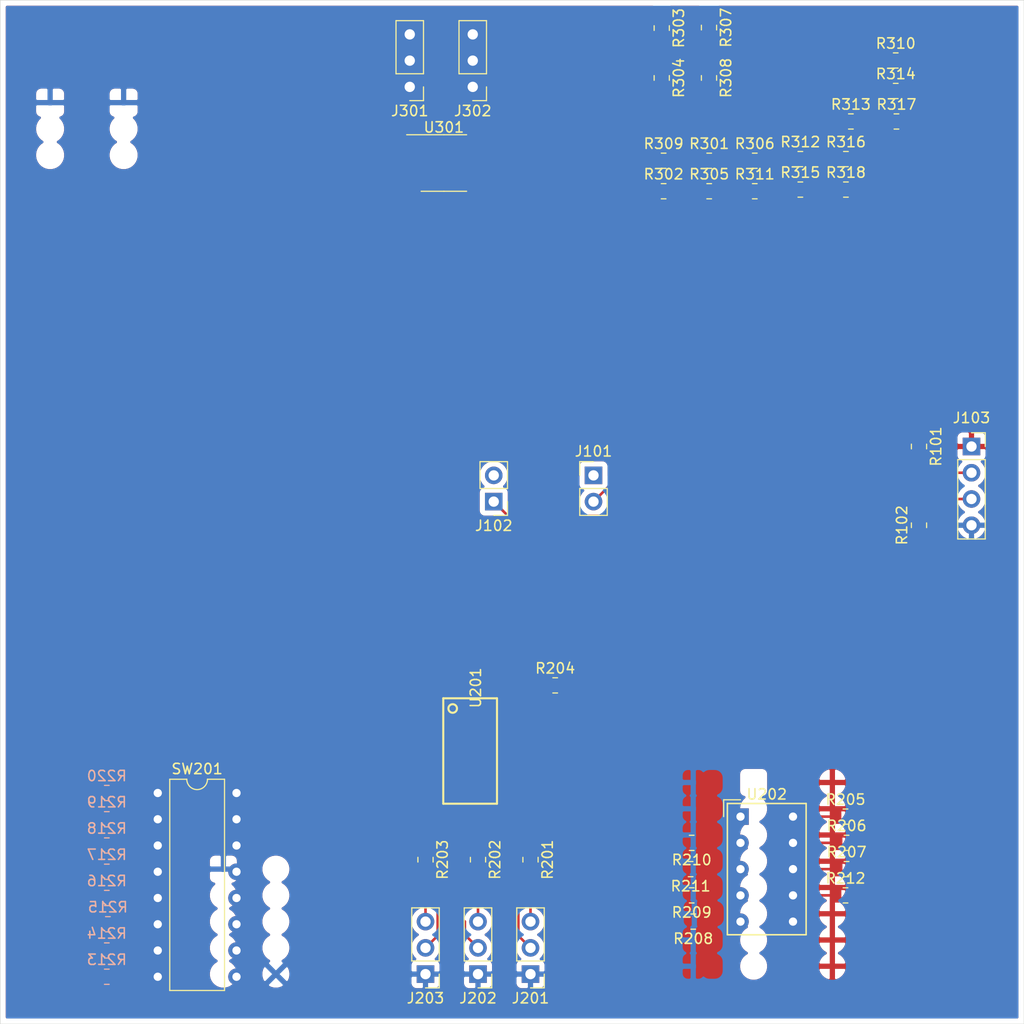
<source format=kicad_pcb>
(kicad_pcb (version 20171130) (host pcbnew "(5.1.9)-1")
  (layers (0 F.Cu signal) (31 B.Cu signal) (34 B.Paste user) (35 F.Paste user) (36 B.SilkS user) (37 F.SilkS user) (38 B.Mask user) (39 F.Mask user) (44 Edge.Cuts user))
  (net 0 "")
  (net 1 /IOX/IOX_SDA)
  (net 2 /ADC/ADC_SDA)
  (net 3 /IOX/IOX_SCK)
  (net 4 /ADC/ADC_SCL)
  (net 5 +3V3)
  (net 6 GND)
  (net 7 /IOX/IOX_A0)
  (net 8 "Net-(J201-Pad3)")
  (net 9 "Net-(J202-Pad3)")
  (net 10 /IOX/IOX_A1)
  (net 11 /IOX/IOX_A2)
  (net 12 "Net-(J203-Pad3)")
  (net 13 "Net-(J301-Pad3)")
  (net 14 /ADC/ADC_A0)
  (net 15 /ADC/ADC_A1)
  (net 16 "Net-(J302-Pad3)")
  (net 17 "Net-(R204-Pad2)")
  (net 18 "Net-(R205-Pad2)")
  (net 19 "Net-(R205-Pad1)")
  (net 20 "Net-(R206-Pad1)")
  (net 21 "Net-(R206-Pad2)")
  (net 22 "Net-(R207-Pad1)")
  (net 23 "Net-(R207-Pad2)")
  (net 24 "Net-(R208-Pad2)")
  (net 25 "Net-(R208-Pad1)")
  (net 26 "Net-(R209-Pad1)")
  (net 27 "Net-(R209-Pad2)")
  (net 28 "Net-(R210-Pad2)")
  (net 29 "Net-(R210-Pad1)")
  (net 30 "Net-(R211-Pad1)")
  (net 31 "Net-(R211-Pad2)")
  (net 32 "Net-(R212-Pad2)")
  (net 33 "Net-(R212-Pad1)")
  (net 34 "Net-(R213-Pad1)")
  (net 35 "Net-(R214-Pad1)")
  (net 36 "Net-(R215-Pad1)")
  (net 37 "Net-(R216-Pad1)")
  (net 38 "Net-(R217-Pad1)")
  (net 39 "Net-(R218-Pad1)")
  (net 40 "Net-(R219-Pad1)")
  (net 41 "Net-(R220-Pad1)")
  (net 42 /ADC/VDIV_0)
  (net 43 /ADC/VDIV_4)
  (net 44 /ADC/VDIV_1)
  (net 45 /ADC/VDIV_5)
  (net 46 /ADC/VDIV_2)
  (net 47 /ADC/VDIV_6)
  (net 48 /ADC/VDIV3)
  (net 49 /ADC/VDIV_7)
  (module Connector_PinHeader_2.54mm:PinHeader_1x02_P2.54mm_Vertical (layer F.Cu) (at 78.994 70.104)
    (fp_text reference J101 (at 0 -2.33) (layer F.SilkS))
    (fp_text value Conn_01x02)
    (fp_line (start -1.33 -1.33) (end 0 -1.33) (layer F.SilkS) (width 0.12))
    (fp_line (start -1.33 0) (end -1.33 -1.33) (layer F.SilkS) (width 0.12))
    (fp_line (start -1.33 1.27) (end 1.33 1.27) (layer F.SilkS) (width 0.12))
    (fp_line (start 1.33 1.27) (end 1.33 3.87) (layer F.SilkS) (width 0.12))
    (fp_line (start -1.33 1.27) (end -1.33 3.87) (layer F.SilkS) (width 0.12))
    (fp_line (start -1.33 3.87) (end 1.33 3.87) (layer F.SilkS) (width 0.12))
    (pad 2 thru_hole oval (at 0 2.54) (size 1.7 1.7) (drill 1) (layers *.Cu *.Mask) (net 1 /IOX/IOX_SDA))
    (pad 1 thru_hole rect (at 0 0) (size 1.7 1.7) (drill 1) (layers *.Cu *.Mask) (net 2 /ADC/ADC_SDA))
  )
  (module Connector_PinHeader_2.54mm:PinHeader_1x02_P2.54mm_Vertical (layer F.Cu) (at 69.342 72.644 180)
    (fp_text reference J102 (at 0 -2.33) (layer F.SilkS))
    (fp_text value Conn_01x02)
    (fp_line (start -1.33 3.87) (end 1.33 3.87) (layer F.SilkS) (width 0.12))
    (fp_line (start -1.33 1.27) (end -1.33 3.87) (layer F.SilkS) (width 0.12))
    (fp_line (start 1.33 1.27) (end 1.33 3.87) (layer F.SilkS) (width 0.12))
    (fp_line (start -1.33 1.27) (end 1.33 1.27) (layer F.SilkS) (width 0.12))
    (fp_line (start -1.33 0) (end -1.33 -1.33) (layer F.SilkS) (width 0.12))
    (fp_line (start -1.33 -1.33) (end 0 -1.33) (layer F.SilkS) (width 0.12))
    (pad 1 thru_hole rect (at 0 0 180) (size 1.7 1.7) (drill 1) (layers *.Cu *.Mask) (net 3 /IOX/IOX_SCK))
    (pad 2 thru_hole oval (at 0 2.54 180) (size 1.7 1.7) (drill 1) (layers *.Cu *.Mask) (net 4 /ADC/ADC_SCL))
  )
  (module Connector_PinSocket_2.54mm:PinSocket_1x04_P2.54mm_Vertical (layer F.Cu) (at 115.57 67.31)
    (fp_text reference J103 (at 0 -2.77) (layer F.SilkS))
    (fp_text value Conn_01x04)
    (fp_line (start -1.33 1.27) (end 1.33 1.27) (layer F.SilkS) (width 0.12))
    (fp_line (start -1.33 1.27) (end -1.33 8.95) (layer F.SilkS) (width 0.12))
    (fp_line (start -1.33 8.95) (end 1.33 8.95) (layer F.SilkS) (width 0.12))
    (fp_line (start 1.33 1.27) (end 1.33 8.95) (layer F.SilkS) (width 0.12))
    (fp_line (start 1.33 -1.33) (end 1.33 0) (layer F.SilkS) (width 0.12))
    (fp_line (start 0 -1.33) (end 1.33 -1.33) (layer F.SilkS) (width 0.12))
    (pad 1 thru_hole rect (at 0 0) (size 1.7 1.7) (drill 1) (layers *.Cu *.Mask) (net 5 +3V3))
    (pad 2 thru_hole oval (at 0 2.54) (size 1.7 1.7) (drill 1) (layers *.Cu *.Mask) (net 1 /IOX/IOX_SDA))
    (pad 3 thru_hole oval (at 0 5.08) (size 1.7 1.7) (drill 1) (layers *.Cu *.Mask) (net 3 /IOX/IOX_SCK))
    (pad 4 thru_hole oval (at 0 7.62) (size 1.7 1.7) (drill 1) (layers *.Cu *.Mask) (net 6 GND))
  )
  (module Connector_PinHeader_2.54mm:PinHeader_1x03_P2.54mm_Vertical (layer F.Cu) (at 72.898 118.364 180)
    (fp_text reference J201 (at 0 -2.33) (layer F.SilkS))
    (fp_text value Conn_01x03)
    (fp_line (start -1.33 6.41) (end 1.33 6.41) (layer F.SilkS) (width 0.12))
    (fp_line (start -1.33 1.27) (end -1.33 6.41) (layer F.SilkS) (width 0.12))
    (fp_line (start 1.33 1.27) (end 1.33 6.41) (layer F.SilkS) (width 0.12))
    (fp_line (start -1.33 1.27) (end 1.33 1.27) (layer F.SilkS) (width 0.12))
    (fp_line (start -1.33 0) (end -1.33 -1.33) (layer F.SilkS) (width 0.12))
    (fp_line (start -1.33 -1.33) (end 0 -1.33) (layer F.SilkS) (width 0.12))
    (pad 1 thru_hole rect (at 0 0 180) (size 1.7 1.7) (drill 1) (layers *.Cu *.Mask) (net 6 GND))
    (pad 2 thru_hole oval (at 0 2.54 180) (size 1.7 1.7) (drill 1) (layers *.Cu *.Mask) (net 7 /IOX/IOX_A0))
    (pad 3 thru_hole oval (at 0 5.08 180) (size 1.7 1.7) (drill 1) (layers *.Cu *.Mask) (net 8 "Net-(J201-Pad3)"))
  )
  (module Connector_PinHeader_2.54mm:PinHeader_1x03_P2.54mm_Vertical (layer F.Cu) (at 67.818 118.364 180)
    (fp_text reference J202 (at 0 -2.33) (layer F.SilkS))
    (fp_text value Conn_01x03)
    (fp_line (start -1.33 -1.33) (end 0 -1.33) (layer F.SilkS) (width 0.12))
    (fp_line (start -1.33 0) (end -1.33 -1.33) (layer F.SilkS) (width 0.12))
    (fp_line (start -1.33 1.27) (end 1.33 1.27) (layer F.SilkS) (width 0.12))
    (fp_line (start 1.33 1.27) (end 1.33 6.41) (layer F.SilkS) (width 0.12))
    (fp_line (start -1.33 1.27) (end -1.33 6.41) (layer F.SilkS) (width 0.12))
    (fp_line (start -1.33 6.41) (end 1.33 6.41) (layer F.SilkS) (width 0.12))
    (pad 3 thru_hole oval (at 0 5.08 180) (size 1.7 1.7) (drill 1) (layers *.Cu *.Mask) (net 9 "Net-(J202-Pad3)"))
    (pad 2 thru_hole oval (at 0 2.54 180) (size 1.7 1.7) (drill 1) (layers *.Cu *.Mask) (net 10 /IOX/IOX_A1))
    (pad 1 thru_hole rect (at 0 0 180) (size 1.7 1.7) (drill 1) (layers *.Cu *.Mask) (net 6 GND))
  )
  (module Connector_PinHeader_2.54mm:PinHeader_1x03_P2.54mm_Vertical (layer F.Cu) (at 62.738 118.364 180)
    (fp_text reference J203 (at 0 -2.33) (layer F.SilkS))
    (fp_text value Conn_01x03)
    (fp_line (start -1.33 6.41) (end 1.33 6.41) (layer F.SilkS) (width 0.12))
    (fp_line (start -1.33 1.27) (end -1.33 6.41) (layer F.SilkS) (width 0.12))
    (fp_line (start 1.33 1.27) (end 1.33 6.41) (layer F.SilkS) (width 0.12))
    (fp_line (start -1.33 1.27) (end 1.33 1.27) (layer F.SilkS) (width 0.12))
    (fp_line (start -1.33 0) (end -1.33 -1.33) (layer F.SilkS) (width 0.12))
    (fp_line (start -1.33 -1.33) (end 0 -1.33) (layer F.SilkS) (width 0.12))
    (pad 1 thru_hole rect (at 0 0 180) (size 1.7 1.7) (drill 1) (layers *.Cu *.Mask) (net 6 GND))
    (pad 2 thru_hole oval (at 0 2.54 180) (size 1.7 1.7) (drill 1) (layers *.Cu *.Mask) (net 11 /IOX/IOX_A2))
    (pad 3 thru_hole oval (at 0 5.08 180) (size 1.7 1.7) (drill 1) (layers *.Cu *.Mask) (net 12 "Net-(J203-Pad3)"))
  )
  (module Connector_PinHeader_2.54mm:PinHeader_1x03_P2.54mm_Vertical (layer F.Cu) (at 61.214 32.512 180)
    (fp_text reference J301 (at 0 -2.33) (layer F.SilkS))
    (fp_text value Conn_01x03)
    (fp_line (start -1.33 -1.33) (end 0 -1.33) (layer F.SilkS) (width 0.12))
    (fp_line (start -1.33 0) (end -1.33 -1.33) (layer F.SilkS) (width 0.12))
    (fp_line (start -1.33 1.27) (end 1.33 1.27) (layer F.SilkS) (width 0.12))
    (fp_line (start 1.33 1.27) (end 1.33 6.41) (layer F.SilkS) (width 0.12))
    (fp_line (start -1.33 1.27) (end -1.33 6.41) (layer F.SilkS) (width 0.12))
    (fp_line (start -1.33 6.41) (end 1.33 6.41) (layer F.SilkS) (width 0.12))
    (pad 3 thru_hole oval (at 0 5.08 180) (size 1.7 1.7) (drill 1) (layers *.Cu *.Mask) (net 13 "Net-(J301-Pad3)"))
    (pad 2 thru_hole oval (at 0 2.54 180) (size 1.7 1.7) (drill 1) (layers *.Cu *.Mask) (net 14 /ADC/ADC_A0))
    (pad 1 thru_hole rect (at 0 0 180) (size 1.7 1.7) (drill 1) (layers *.Cu *.Mask) (net 6 GND))
  )
  (module Connector_PinHeader_2.54mm:PinHeader_1x03_P2.54mm_Vertical (layer F.Cu) (at 67.31 32.512 180)
    (fp_text reference J302 (at 0 -2.33) (layer F.SilkS))
    (fp_text value Conn_01x03)
    (fp_line (start -1.33 6.41) (end 1.33 6.41) (layer F.SilkS) (width 0.12))
    (fp_line (start -1.33 1.27) (end -1.33 6.41) (layer F.SilkS) (width 0.12))
    (fp_line (start 1.33 1.27) (end 1.33 6.41) (layer F.SilkS) (width 0.12))
    (fp_line (start -1.33 1.27) (end 1.33 1.27) (layer F.SilkS) (width 0.12))
    (fp_line (start -1.33 0) (end -1.33 -1.33) (layer F.SilkS) (width 0.12))
    (fp_line (start -1.33 -1.33) (end 0 -1.33) (layer F.SilkS) (width 0.12))
    (pad 1 thru_hole rect (at 0 0 180) (size 1.7 1.7) (drill 1) (layers *.Cu *.Mask) (net 6 GND))
    (pad 2 thru_hole oval (at 0 2.54 180) (size 1.7 1.7) (drill 1) (layers *.Cu *.Mask) (net 15 /ADC/ADC_A1))
    (pad 3 thru_hole oval (at 0 5.08 180) (size 1.7 1.7) (drill 1) (layers *.Cu *.Mask) (net 16 "Net-(J302-Pad3)"))
  )
  (module Resistor_SMD:R_0805_2012Metric (layer F.Cu) (at 110.49 67.31 270)
    (fp_text reference R101 (at 0 -1.65 90) (layer F.SilkS))
    (fp_text value 4.7K)
    (fp_line (start -0.227064 0.735) (end 0.227064 0.735) (layer F.SilkS) (width 0.12))
    (fp_line (start -0.227064 -0.735) (end 0.227064 -0.735) (layer F.SilkS) (width 0.12))
    (pad 2 smd roundrect (at 0.9125 0 270) (size 1.025 1.4) (layers F.Cu F.Paste F.Mask) (roundrect_rratio 0.243902) (net 1 /IOX/IOX_SDA))
    (pad 1 smd roundrect (at -0.9125 0 270) (size 1.025 1.4) (layers F.Cu F.Paste F.Mask) (roundrect_rratio 0.243902) (net 5 +3V3))
  )
  (module Resistor_SMD:R_0805_2012Metric (layer F.Cu) (at 110.49 74.93 90)
    (fp_text reference R102 (at 0 -1.65 90) (layer F.SilkS))
    (fp_text value 4.7K)
    (fp_line (start -0.227064 0.735) (end 0.227064 0.735) (layer F.SilkS) (width 0.12))
    (fp_line (start -0.227064 -0.735) (end 0.227064 -0.735) (layer F.SilkS) (width 0.12))
    (pad 2 smd roundrect (at 0.9125 0 90) (size 1.025 1.4) (layers F.Cu F.Paste F.Mask) (roundrect_rratio 0.243902) (net 3 /IOX/IOX_SCK))
    (pad 1 smd roundrect (at -0.9125 0 90) (size 1.025 1.4) (layers F.Cu F.Paste F.Mask) (roundrect_rratio 0.243902) (net 5 +3V3))
  )
  (module Resistor_SMD:R_0805_2012Metric (layer F.Cu) (at 72.898 107.2915 270)
    (fp_text reference R201 (at 0 -1.65 90) (layer F.SilkS))
    (fp_text value 4.7K)
    (fp_line (start -0.227064 -0.735) (end 0.227064 -0.735) (layer F.SilkS) (width 0.12))
    (fp_line (start -0.227064 0.735) (end 0.227064 0.735) (layer F.SilkS) (width 0.12))
    (pad 1 smd roundrect (at -0.9125 0 270) (size 1.025 1.4) (layers F.Cu F.Paste F.Mask) (roundrect_rratio 0.243902) (net 5 +3V3))
    (pad 2 smd roundrect (at 0.9125 0 270) (size 1.025 1.4) (layers F.Cu F.Paste F.Mask) (roundrect_rratio 0.243902) (net 8 "Net-(J201-Pad3)"))
  )
  (module Resistor_SMD:R_0805_2012Metric (layer F.Cu) (at 67.818 107.2915 270)
    (fp_text reference R202 (at 0 -1.65 90) (layer F.SilkS))
    (fp_text value 4.7K)
    (fp_line (start -0.227064 -0.735) (end 0.227064 -0.735) (layer F.SilkS) (width 0.12))
    (fp_line (start -0.227064 0.735) (end 0.227064 0.735) (layer F.SilkS) (width 0.12))
    (pad 1 smd roundrect (at -0.9125 0 270) (size 1.025 1.4) (layers F.Cu F.Paste F.Mask) (roundrect_rratio 0.243902) (net 5 +3V3))
    (pad 2 smd roundrect (at 0.9125 0 270) (size 1.025 1.4) (layers F.Cu F.Paste F.Mask) (roundrect_rratio 0.243902) (net 9 "Net-(J202-Pad3)"))
  )
  (module Resistor_SMD:R_0805_2012Metric (layer F.Cu) (at 62.738 107.2915 270)
    (fp_text reference R203 (at 0 -1.65 90) (layer F.SilkS))
    (fp_text value 4.7K)
    (fp_line (start -0.227064 -0.735) (end 0.227064 -0.735) (layer F.SilkS) (width 0.12))
    (fp_line (start -0.227064 0.735) (end 0.227064 0.735) (layer F.SilkS) (width 0.12))
    (pad 1 smd roundrect (at -0.9125 0 270) (size 1.025 1.4) (layers F.Cu F.Paste F.Mask) (roundrect_rratio 0.243902) (net 5 +3V3))
    (pad 2 smd roundrect (at 0.9125 0 270) (size 1.025 1.4) (layers F.Cu F.Paste F.Mask) (roundrect_rratio 0.243902) (net 12 "Net-(J203-Pad3)"))
  )
  (module Resistor_SMD:R_0805_2012Metric (layer F.Cu) (at 75.2875 90.424)
    (fp_text reference R204 (at 0 -1.65) (layer F.SilkS))
    (fp_text value 4.7K)
    (fp_line (start -0.227064 0.735) (end 0.227064 0.735) (layer F.SilkS) (width 0.12))
    (fp_line (start -0.227064 -0.735) (end 0.227064 -0.735) (layer F.SilkS) (width 0.12))
    (pad 2 smd roundrect (at 0.9125 0) (size 1.025 1.4) (layers F.Cu F.Paste F.Mask) (roundrect_rratio 0.243902) (net 17 "Net-(R204-Pad2)"))
    (pad 1 smd roundrect (at -0.9125 0) (size 1.025 1.4) (layers F.Cu F.Paste F.Mask) (roundrect_rratio 0.243902) (net 5 +3V3))
  )
  (module Resistor_SMD:R_0805_2012Metric (layer F.Cu) (at 103.378 103.124)
    (fp_text reference R205 (at 0 -1.65) (layer F.SilkS))
    (fp_text value 220)
    (fp_line (start -0.227064 0.735) (end 0.227064 0.735) (layer F.SilkS) (width 0.12))
    (fp_line (start -0.227064 -0.735) (end 0.227064 -0.735) (layer F.SilkS) (width 0.12))
    (pad 2 smd roundrect (at 0.9125 0) (size 1.025 1.4) (layers F.Cu F.Paste F.Mask) (roundrect_rratio 0.243902) (net 18 "Net-(R205-Pad2)"))
    (pad 1 smd roundrect (at -0.9125 0) (size 1.025 1.4) (layers F.Cu F.Paste F.Mask) (roundrect_rratio 0.243902) (net 19 "Net-(R205-Pad1)"))
  )
  (module Resistor_SMD:R_0805_2012Metric (layer F.Cu) (at 103.4815 105.664)
    (fp_text reference R206 (at 0 -1.65) (layer F.SilkS))
    (fp_text value 220)
    (fp_line (start -0.227064 -0.735) (end 0.227064 -0.735) (layer F.SilkS) (width 0.12))
    (fp_line (start -0.227064 0.735) (end 0.227064 0.735) (layer F.SilkS) (width 0.12))
    (pad 1 smd roundrect (at -0.9125 0) (size 1.025 1.4) (layers F.Cu F.Paste F.Mask) (roundrect_rratio 0.243902) (net 20 "Net-(R206-Pad1)"))
    (pad 2 smd roundrect (at 0.9125 0) (size 1.025 1.4) (layers F.Cu F.Paste F.Mask) (roundrect_rratio 0.243902) (net 21 "Net-(R206-Pad2)"))
  )
  (module Resistor_SMD:R_0805_2012Metric (layer F.Cu) (at 103.4815 108.204)
    (fp_text reference R207 (at 0 -1.65) (layer F.SilkS))
    (fp_text value 220)
    (fp_line (start -0.227064 -0.735) (end 0.227064 -0.735) (layer F.SilkS) (width 0.12))
    (fp_line (start -0.227064 0.735) (end 0.227064 0.735) (layer F.SilkS) (width 0.12))
    (pad 1 smd roundrect (at -0.9125 0) (size 1.025 1.4) (layers F.Cu F.Paste F.Mask) (roundrect_rratio 0.243902) (net 22 "Net-(R207-Pad1)"))
    (pad 2 smd roundrect (at 0.9125 0) (size 1.025 1.4) (layers F.Cu F.Paste F.Mask) (roundrect_rratio 0.243902) (net 23 "Net-(R207-Pad2)"))
  )
  (module Resistor_SMD:R_0805_2012Metric (layer F.Cu) (at 88.646 113.284 180)
    (fp_text reference R208 (at 0 -1.65) (layer F.SilkS))
    (fp_text value 220)
    (fp_line (start -0.227064 0.735) (end 0.227064 0.735) (layer F.SilkS) (width 0.12))
    (fp_line (start -0.227064 -0.735) (end 0.227064 -0.735) (layer F.SilkS) (width 0.12))
    (pad 2 smd roundrect (at 0.9125 0 180) (size 1.025 1.4) (layers F.Cu F.Paste F.Mask) (roundrect_rratio 0.243902) (net 24 "Net-(R208-Pad2)"))
    (pad 1 smd roundrect (at -0.9125 0 180) (size 1.025 1.4) (layers F.Cu F.Paste F.Mask) (roundrect_rratio 0.243902) (net 25 "Net-(R208-Pad1)"))
  )
  (module Resistor_SMD:R_0805_2012Metric (layer F.Cu) (at 88.4955 110.744 180)
    (fp_text reference R209 (at 0 -1.65) (layer F.SilkS))
    (fp_text value 220)
    (fp_line (start -0.227064 -0.735) (end 0.227064 -0.735) (layer F.SilkS) (width 0.12))
    (fp_line (start -0.227064 0.735) (end 0.227064 0.735) (layer F.SilkS) (width 0.12))
    (pad 1 smd roundrect (at -0.9125 0 180) (size 1.025 1.4) (layers F.Cu F.Paste F.Mask) (roundrect_rratio 0.243902) (net 26 "Net-(R209-Pad1)"))
    (pad 2 smd roundrect (at 0.9125 0 180) (size 1.025 1.4) (layers F.Cu F.Paste F.Mask) (roundrect_rratio 0.243902) (net 27 "Net-(R209-Pad2)"))
  )
  (module Resistor_SMD:R_0805_2012Metric (layer F.Cu) (at 88.4955 105.664 180)
    (fp_text reference R210 (at 0 -1.65) (layer F.SilkS))
    (fp_text value 220)
    (fp_line (start -0.227064 0.735) (end 0.227064 0.735) (layer F.SilkS) (width 0.12))
    (fp_line (start -0.227064 -0.735) (end 0.227064 -0.735) (layer F.SilkS) (width 0.12))
    (pad 2 smd roundrect (at 0.9125 0 180) (size 1.025 1.4) (layers F.Cu F.Paste F.Mask) (roundrect_rratio 0.243902) (net 28 "Net-(R210-Pad2)"))
    (pad 1 smd roundrect (at -0.9125 0 180) (size 1.025 1.4) (layers F.Cu F.Paste F.Mask) (roundrect_rratio 0.243902) (net 29 "Net-(R210-Pad1)"))
  )
  (module Resistor_SMD:R_0805_2012Metric (layer F.Cu) (at 88.392 108.204 180)
    (fp_text reference R211 (at 0 -1.65) (layer F.SilkS))
    (fp_text value 220)
    (fp_line (start -0.227064 -0.735) (end 0.227064 -0.735) (layer F.SilkS) (width 0.12))
    (fp_line (start -0.227064 0.735) (end 0.227064 0.735) (layer F.SilkS) (width 0.12))
    (pad 1 smd roundrect (at -0.9125 0 180) (size 1.025 1.4) (layers F.Cu F.Paste F.Mask) (roundrect_rratio 0.243902) (net 30 "Net-(R211-Pad1)"))
    (pad 2 smd roundrect (at 0.9125 0 180) (size 1.025 1.4) (layers F.Cu F.Paste F.Mask) (roundrect_rratio 0.243902) (net 31 "Net-(R211-Pad2)"))
  )
  (module Resistor_SMD:R_0805_2012Metric (layer F.Cu) (at 103.378 110.744)
    (fp_text reference R212 (at 0 -1.65) (layer F.SilkS))
    (fp_text value 220)
    (fp_line (start -0.227064 0.735) (end 0.227064 0.735) (layer F.SilkS) (width 0.12))
    (fp_line (start -0.227064 -0.735) (end 0.227064 -0.735) (layer F.SilkS) (width 0.12))
    (pad 2 smd roundrect (at 0.9125 0) (size 1.025 1.4) (layers F.Cu F.Paste F.Mask) (roundrect_rratio 0.243902) (net 32 "Net-(R212-Pad2)"))
    (pad 1 smd roundrect (at -0.9125 0) (size 1.025 1.4) (layers F.Cu F.Paste F.Mask) (roundrect_rratio 0.243902) (net 33 "Net-(R212-Pad1)"))
  )
  (module Resistor_SMD:R_0805_2012Metric (layer B.Cu) (at 31.9005 118.618 180)
    (fp_text reference R213 (at 0 1.65) (layer B.SilkS) (effects (justify mirror)))
    (fp_text value 10k)
    (fp_line (start -0.227064 -0.735) (end 0.227064 -0.735) (layer B.SilkS) (width 0.12))
    (fp_line (start -0.227064 0.735) (end 0.227064 0.735) (layer B.SilkS) (width 0.12))
    (pad 2 smd roundrect (at 0.9125 0 180) (size 1.025 1.4) (layers B.Cu B.Paste B.Mask) (roundrect_rratio 0.243902) (net 6 GND))
    (pad 1 smd roundrect (at -0.9125 0 180) (size 1.025 1.4) (layers B.Cu B.Paste B.Mask) (roundrect_rratio 0.243902) (net 34 "Net-(R213-Pad1)"))
  )
  (module Resistor_SMD:R_0805_2012Metric (layer B.Cu) (at 31.9005 116.078 180)
    (fp_text reference R214 (at 0 1.65) (layer B.SilkS) (effects (justify mirror)))
    (fp_text value 10k)
    (fp_line (start -0.227064 0.735) (end 0.227064 0.735) (layer B.SilkS) (width 0.12))
    (fp_line (start -0.227064 -0.735) (end 0.227064 -0.735) (layer B.SilkS) (width 0.12))
    (pad 1 smd roundrect (at -0.9125 0 180) (size 1.025 1.4) (layers B.Cu B.Paste B.Mask) (roundrect_rratio 0.243902) (net 35 "Net-(R214-Pad1)"))
    (pad 2 smd roundrect (at 0.9125 0 180) (size 1.025 1.4) (layers B.Cu B.Paste B.Mask) (roundrect_rratio 0.243902) (net 6 GND))
  )
  (module Resistor_SMD:R_0805_2012Metric (layer B.Cu) (at 32.004 113.538 180)
    (fp_text reference R215 (at 0 1.65) (layer B.SilkS) (effects (justify mirror)))
    (fp_text value 10k)
    (fp_line (start -0.227064 -0.735) (end 0.227064 -0.735) (layer B.SilkS) (width 0.12))
    (fp_line (start -0.227064 0.735) (end 0.227064 0.735) (layer B.SilkS) (width 0.12))
    (pad 2 smd roundrect (at 0.9125 0 180) (size 1.025 1.4) (layers B.Cu B.Paste B.Mask) (roundrect_rratio 0.243902) (net 6 GND))
    (pad 1 smd roundrect (at -0.9125 0 180) (size 1.025 1.4) (layers B.Cu B.Paste B.Mask) (roundrect_rratio 0.243902) (net 36 "Net-(R215-Pad1)"))
  )
  (module Resistor_SMD:R_0805_2012Metric (layer B.Cu) (at 31.9005 110.998 180)
    (fp_text reference R216 (at 0 1.65) (layer B.SilkS) (effects (justify mirror)))
    (fp_text value 10k)
    (fp_line (start -0.227064 0.735) (end 0.227064 0.735) (layer B.SilkS) (width 0.12))
    (fp_line (start -0.227064 -0.735) (end 0.227064 -0.735) (layer B.SilkS) (width 0.12))
    (pad 1 smd roundrect (at -0.9125 0 180) (size 1.025 1.4) (layers B.Cu B.Paste B.Mask) (roundrect_rratio 0.243902) (net 37 "Net-(R216-Pad1)"))
    (pad 2 smd roundrect (at 0.9125 0 180) (size 1.025 1.4) (layers B.Cu B.Paste B.Mask) (roundrect_rratio 0.243902) (net 6 GND))
  )
  (module Resistor_SMD:R_0805_2012Metric (layer B.Cu) (at 31.9005 108.458 180)
    (fp_text reference R217 (at 0 1.65) (layer B.SilkS) (effects (justify mirror)))
    (fp_text value 10k)
    (fp_line (start -0.227064 -0.735) (end 0.227064 -0.735) (layer B.SilkS) (width 0.12))
    (fp_line (start -0.227064 0.735) (end 0.227064 0.735) (layer B.SilkS) (width 0.12))
    (pad 2 smd roundrect (at 0.9125 0 180) (size 1.025 1.4) (layers B.Cu B.Paste B.Mask) (roundrect_rratio 0.243902) (net 6 GND))
    (pad 1 smd roundrect (at -0.9125 0 180) (size 1.025 1.4) (layers B.Cu B.Paste B.Mask) (roundrect_rratio 0.243902) (net 38 "Net-(R217-Pad1)"))
  )
  (module Resistor_SMD:R_0805_2012Metric (layer B.Cu) (at 31.9005 105.918 180)
    (fp_text reference R218 (at 0 1.65) (layer B.SilkS) (effects (justify mirror)))
    (fp_text value 10k)
    (fp_line (start -0.227064 -0.735) (end 0.227064 -0.735) (layer B.SilkS) (width 0.12))
    (fp_line (start -0.227064 0.735) (end 0.227064 0.735) (layer B.SilkS) (width 0.12))
    (pad 2 smd roundrect (at 0.9125 0 180) (size 1.025 1.4) (layers B.Cu B.Paste B.Mask) (roundrect_rratio 0.243902) (net 6 GND))
    (pad 1 smd roundrect (at -0.9125 0 180) (size 1.025 1.4) (layers B.Cu B.Paste B.Mask) (roundrect_rratio 0.243902) (net 39 "Net-(R218-Pad1)"))
  )
  (module Resistor_SMD:R_0805_2012Metric (layer B.Cu) (at 31.9005 103.378 180)
    (fp_text reference R219 (at 0 1.65) (layer B.SilkS) (effects (justify mirror)))
    (fp_text value 10k)
    (fp_line (start -0.227064 -0.735) (end 0.227064 -0.735) (layer B.SilkS) (width 0.12))
    (fp_line (start -0.227064 0.735) (end 0.227064 0.735) (layer B.SilkS) (width 0.12))
    (pad 2 smd roundrect (at 0.9125 0 180) (size 1.025 1.4) (layers B.Cu B.Paste B.Mask) (roundrect_rratio 0.243902) (net 6 GND))
    (pad 1 smd roundrect (at -0.9125 0 180) (size 1.025 1.4) (layers B.Cu B.Paste B.Mask) (roundrect_rratio 0.243902) (net 40 "Net-(R219-Pad1)"))
  )
  (module Resistor_SMD:R_0805_2012Metric (layer B.Cu) (at 31.9005 100.838 180)
    (fp_text reference R220 (at 0 1.65) (layer B.SilkS) (effects (justify mirror)))
    (fp_text value 10K)
    (fp_line (start -0.227064 0.735) (end 0.227064 0.735) (layer B.SilkS) (width 0.12))
    (fp_line (start -0.227064 -0.735) (end 0.227064 -0.735) (layer B.SilkS) (width 0.12))
    (pad 1 smd roundrect (at -0.9125 0 180) (size 1.025 1.4) (layers B.Cu B.Paste B.Mask) (roundrect_rratio 0.243902) (net 41 "Net-(R220-Pad1)"))
    (pad 2 smd roundrect (at 0.9125 0 180) (size 1.025 1.4) (layers B.Cu B.Paste B.Mask) (roundrect_rratio 0.243902) (net 6 GND))
  )
  (module Resistor_SMD:R_0805_2012Metric (layer F.Cu) (at 90.189001 39.659001)
    (fp_text reference R301 (at 0 -1.65) (layer F.SilkS))
    (fp_text value 4.7K)
    (fp_line (start -0.227064 -0.735) (end 0.227064 -0.735) (layer F.SilkS) (width 0.12))
    (fp_line (start -0.227064 0.735) (end 0.227064 0.735) (layer F.SilkS) (width 0.12))
    (pad 1 smd roundrect (at -0.9125 0) (size 1.025 1.4) (layers F.Cu F.Paste F.Mask) (roundrect_rratio 0.243902) (net 5 +3V3))
    (pad 2 smd roundrect (at 0.9125 0) (size 1.025 1.4) (layers F.Cu F.Paste F.Mask) (roundrect_rratio 0.243902) (net 13 "Net-(J301-Pad3)"))
  )
  (module Resistor_SMD:R_0805_2012Metric (layer F.Cu) (at 85.779001 42.609001)
    (fp_text reference R302 (at 0 -1.65) (layer F.SilkS))
    (fp_text value 4.7K)
    (fp_line (start -0.227064 0.735) (end 0.227064 0.735) (layer F.SilkS) (width 0.12))
    (fp_line (start -0.227064 -0.735) (end 0.227064 -0.735) (layer F.SilkS) (width 0.12))
    (pad 2 smd roundrect (at 0.9125 0) (size 1.025 1.4) (layers F.Cu F.Paste F.Mask) (roundrect_rratio 0.243902) (net 16 "Net-(J302-Pad3)"))
    (pad 1 smd roundrect (at -0.9125 0) (size 1.025 1.4) (layers F.Cu F.Paste F.Mask) (roundrect_rratio 0.243902) (net 5 +3V3))
  )
  (module Resistor_SMD:R_0805_2012Metric (layer F.Cu) (at 85.598 26.8205 270)
    (fp_text reference R303 (at 0 -1.65 90) (layer F.SilkS))
    (fp_text value 100)
    (fp_line (start -0.227064 -0.735) (end 0.227064 -0.735) (layer F.SilkS) (width 0.12))
    (fp_line (start -0.227064 0.735) (end 0.227064 0.735) (layer F.SilkS) (width 0.12))
    (pad 1 smd roundrect (at -0.9125 0 270) (size 1.025 1.4) (layers F.Cu F.Paste F.Mask) (roundrect_rratio 0.243902) (net 5 +3V3))
    (pad 2 smd roundrect (at 0.9125 0 270) (size 1.025 1.4) (layers F.Cu F.Paste F.Mask) (roundrect_rratio 0.243902) (net 42 /ADC/VDIV_0))
  )
  (module Resistor_SMD:R_0805_2012Metric (layer F.Cu) (at 85.598 31.6465 270)
    (fp_text reference R304 (at 0 -1.65 90) (layer F.SilkS))
    (fp_text value 1K)
    (fp_line (start -0.227064 0.735) (end 0.227064 0.735) (layer F.SilkS) (width 0.12))
    (fp_line (start -0.227064 -0.735) (end 0.227064 -0.735) (layer F.SilkS) (width 0.12))
    (pad 2 smd roundrect (at 0.9125 0 270) (size 1.025 1.4) (layers F.Cu F.Paste F.Mask) (roundrect_rratio 0.243902) (net 6 GND))
    (pad 1 smd roundrect (at -0.9125 0 270) (size 1.025 1.4) (layers F.Cu F.Paste F.Mask) (roundrect_rratio 0.243902) (net 42 /ADC/VDIV_0))
  )
  (module Resistor_SMD:R_0805_2012Metric (layer F.Cu) (at 90.189001 42.609001)
    (fp_text reference R305 (at 0 -1.65) (layer F.SilkS))
    (fp_text value 510)
    (fp_line (start -0.227064 -0.735) (end 0.227064 -0.735) (layer F.SilkS) (width 0.12))
    (fp_line (start -0.227064 0.735) (end 0.227064 0.735) (layer F.SilkS) (width 0.12))
    (pad 1 smd roundrect (at -0.9125 0) (size 1.025 1.4) (layers F.Cu F.Paste F.Mask) (roundrect_rratio 0.243902) (net 5 +3V3))
    (pad 2 smd roundrect (at 0.9125 0) (size 1.025 1.4) (layers F.Cu F.Paste F.Mask) (roundrect_rratio 0.243902) (net 43 /ADC/VDIV_4))
  )
  (module Resistor_SMD:R_0805_2012Metric (layer F.Cu) (at 94.599001 39.659001)
    (fp_text reference R306 (at 0 -1.65) (layer F.SilkS))
    (fp_text value 1K)
    (fp_line (start -0.227064 0.735) (end 0.227064 0.735) (layer F.SilkS) (width 0.12))
    (fp_line (start -0.227064 -0.735) (end 0.227064 -0.735) (layer F.SilkS) (width 0.12))
    (pad 2 smd roundrect (at 0.9125 0) (size 1.025 1.4) (layers F.Cu F.Paste F.Mask) (roundrect_rratio 0.243902) (net 6 GND))
    (pad 1 smd roundrect (at -0.9125 0) (size 1.025 1.4) (layers F.Cu F.Paste F.Mask) (roundrect_rratio 0.243902) (net 43 /ADC/VDIV_4))
  )
  (module Resistor_SMD:R_0805_2012Metric (layer F.Cu) (at 90.17 26.7735 270)
    (fp_text reference R307 (at 0 -1.65 90) (layer F.SilkS))
    (fp_text value 200)
    (fp_line (start -0.227064 -0.735) (end 0.227064 -0.735) (layer F.SilkS) (width 0.12))
    (fp_line (start -0.227064 0.735) (end 0.227064 0.735) (layer F.SilkS) (width 0.12))
    (pad 1 smd roundrect (at -0.9125 0 270) (size 1.025 1.4) (layers F.Cu F.Paste F.Mask) (roundrect_rratio 0.243902) (net 5 +3V3))
    (pad 2 smd roundrect (at 0.9125 0 270) (size 1.025 1.4) (layers F.Cu F.Paste F.Mask) (roundrect_rratio 0.243902) (net 44 /ADC/VDIV_1))
  )
  (module Resistor_SMD:R_0805_2012Metric (layer F.Cu) (at 90.17 31.6465 270)
    (fp_text reference R308 (at 0 -1.65 90) (layer F.SilkS))
    (fp_text value 1K)
    (fp_line (start -0.227064 0.735) (end 0.227064 0.735) (layer F.SilkS) (width 0.12))
    (fp_line (start -0.227064 -0.735) (end 0.227064 -0.735) (layer F.SilkS) (width 0.12))
    (pad 2 smd roundrect (at 0.9125 0 270) (size 1.025 1.4) (layers F.Cu F.Paste F.Mask) (roundrect_rratio 0.243902) (net 6 GND))
    (pad 1 smd roundrect (at -0.9125 0 270) (size 1.025 1.4) (layers F.Cu F.Paste F.Mask) (roundrect_rratio 0.243902) (net 44 /ADC/VDIV_1))
  )
  (module Resistor_SMD:R_0805_2012Metric (layer F.Cu) (at 85.779001 39.659001)
    (fp_text reference R309 (at 0 -1.65) (layer F.SilkS))
    (fp_text value 620)
    (fp_line (start -0.227064 -0.735) (end 0.227064 -0.735) (layer F.SilkS) (width 0.12))
    (fp_line (start -0.227064 0.735) (end 0.227064 0.735) (layer F.SilkS) (width 0.12))
    (pad 1 smd roundrect (at -0.9125 0) (size 1.025 1.4) (layers F.Cu F.Paste F.Mask) (roundrect_rratio 0.243902) (net 5 +3V3))
    (pad 2 smd roundrect (at 0.9125 0) (size 1.025 1.4) (layers F.Cu F.Paste F.Mask) (roundrect_rratio 0.243902) (net 45 /ADC/VDIV_5))
  )
  (module Resistor_SMD:R_0805_2012Metric (layer F.Cu) (at 108.239001 29.959001)
    (fp_text reference R310 (at 0 -1.65) (layer F.SilkS))
    (fp_text value 1K)
    (fp_line (start -0.227064 0.735) (end 0.227064 0.735) (layer F.SilkS) (width 0.12))
    (fp_line (start -0.227064 -0.735) (end 0.227064 -0.735) (layer F.SilkS) (width 0.12))
    (pad 2 smd roundrect (at 0.9125 0) (size 1.025 1.4) (layers F.Cu F.Paste F.Mask) (roundrect_rratio 0.243902) (net 6 GND))
    (pad 1 smd roundrect (at -0.9125 0) (size 1.025 1.4) (layers F.Cu F.Paste F.Mask) (roundrect_rratio 0.243902) (net 45 /ADC/VDIV_5))
  )
  (module Resistor_SMD:R_0805_2012Metric (layer F.Cu) (at 94.599001 42.609001)
    (fp_text reference R311 (at 0 -1.65) (layer F.SilkS))
    (fp_text value 300)
    (fp_line (start -0.227064 -0.735) (end 0.227064 -0.735) (layer F.SilkS) (width 0.12))
    (fp_line (start -0.227064 0.735) (end 0.227064 0.735) (layer F.SilkS) (width 0.12))
    (pad 1 smd roundrect (at -0.9125 0) (size 1.025 1.4) (layers F.Cu F.Paste F.Mask) (roundrect_rratio 0.243902) (net 5 +3V3))
    (pad 2 smd roundrect (at 0.9125 0) (size 1.025 1.4) (layers F.Cu F.Paste F.Mask) (roundrect_rratio 0.243902) (net 46 /ADC/VDIV_2))
  )
  (module Resistor_SMD:R_0805_2012Metric (layer F.Cu) (at 99.009001 39.499001)
    (fp_text reference R312 (at 0 -1.65) (layer F.SilkS))
    (fp_text value 1K)
    (fp_line (start -0.227064 0.735) (end 0.227064 0.735) (layer F.SilkS) (width 0.12))
    (fp_line (start -0.227064 -0.735) (end 0.227064 -0.735) (layer F.SilkS) (width 0.12))
    (pad 2 smd roundrect (at 0.9125 0) (size 1.025 1.4) (layers F.Cu F.Paste F.Mask) (roundrect_rratio 0.243902) (net 6 GND))
    (pad 1 smd roundrect (at -0.9125 0) (size 1.025 1.4) (layers F.Cu F.Paste F.Mask) (roundrect_rratio 0.243902) (net 46 /ADC/VDIV_2))
  )
  (module Resistor_SMD:R_0805_2012Metric (layer F.Cu) (at 103.899001 35.859001)
    (fp_text reference R313 (at 0 -1.65) (layer F.SilkS))
    (fp_text value 750)
    (fp_line (start -0.227064 -0.735) (end 0.227064 -0.735) (layer F.SilkS) (width 0.12))
    (fp_line (start -0.227064 0.735) (end 0.227064 0.735) (layer F.SilkS) (width 0.12))
    (pad 1 smd roundrect (at -0.9125 0) (size 1.025 1.4) (layers F.Cu F.Paste F.Mask) (roundrect_rratio 0.243902) (net 5 +3V3))
    (pad 2 smd roundrect (at 0.9125 0) (size 1.025 1.4) (layers F.Cu F.Paste F.Mask) (roundrect_rratio 0.243902) (net 47 /ADC/VDIV_6))
  )
  (module Resistor_SMD:R_0805_2012Metric (layer F.Cu) (at 108.239001 32.909001)
    (fp_text reference R314 (at 0 -1.65) (layer F.SilkS))
    (fp_text value 1K)
    (fp_line (start -0.227064 0.735) (end 0.227064 0.735) (layer F.SilkS) (width 0.12))
    (fp_line (start -0.227064 -0.735) (end 0.227064 -0.735) (layer F.SilkS) (width 0.12))
    (pad 2 smd roundrect (at 0.9125 0) (size 1.025 1.4) (layers F.Cu F.Paste F.Mask) (roundrect_rratio 0.243902) (net 6 GND))
    (pad 1 smd roundrect (at -0.9125 0) (size 1.025 1.4) (layers F.Cu F.Paste F.Mask) (roundrect_rratio 0.243902) (net 47 /ADC/VDIV_6))
  )
  (module Resistor_SMD:R_0805_2012Metric (layer F.Cu) (at 99.009001 42.449001)
    (fp_text reference R315 (at 0 -1.65) (layer F.SilkS))
    (fp_text value 470)
    (fp_line (start -0.227064 -0.735) (end 0.227064 -0.735) (layer F.SilkS) (width 0.12))
    (fp_line (start -0.227064 0.735) (end 0.227064 0.735) (layer F.SilkS) (width 0.12))
    (pad 1 smd roundrect (at -0.9125 0) (size 1.025 1.4) (layers F.Cu F.Paste F.Mask) (roundrect_rratio 0.243902) (net 5 +3V3))
    (pad 2 smd roundrect (at 0.9125 0) (size 1.025 1.4) (layers F.Cu F.Paste F.Mask) (roundrect_rratio 0.243902) (net 48 /ADC/VDIV3))
  )
  (module Resistor_SMD:R_0805_2012Metric (layer F.Cu) (at 103.419001 39.499001)
    (fp_text reference R316 (at 0 -1.65) (layer F.SilkS))
    (fp_text value 1K)
    (fp_line (start -0.227064 -0.735) (end 0.227064 -0.735) (layer F.SilkS) (width 0.12))
    (fp_line (start -0.227064 0.735) (end 0.227064 0.735) (layer F.SilkS) (width 0.12))
    (pad 1 smd roundrect (at -0.9125 0) (size 1.025 1.4) (layers F.Cu F.Paste F.Mask) (roundrect_rratio 0.243902) (net 48 /ADC/VDIV3))
    (pad 2 smd roundrect (at 0.9125 0) (size 1.025 1.4) (layers F.Cu F.Paste F.Mask) (roundrect_rratio 0.243902) (net 6 GND))
  )
  (module Resistor_SMD:R_0805_2012Metric (layer F.Cu) (at 108.309001 35.859001)
    (fp_text reference R317 (at 0 -1.65) (layer F.SilkS))
    (fp_text value 820)
    (fp_line (start -0.227064 -0.735) (end 0.227064 -0.735) (layer F.SilkS) (width 0.12))
    (fp_line (start -0.227064 0.735) (end 0.227064 0.735) (layer F.SilkS) (width 0.12))
    (pad 1 smd roundrect (at -0.9125 0) (size 1.025 1.4) (layers F.Cu F.Paste F.Mask) (roundrect_rratio 0.243902) (net 5 +3V3))
    (pad 2 smd roundrect (at 0.9125 0) (size 1.025 1.4) (layers F.Cu F.Paste F.Mask) (roundrect_rratio 0.243902) (net 49 /ADC/VDIV_7))
  )
  (module Resistor_SMD:R_0805_2012Metric (layer F.Cu) (at 103.419001 42.449001)
    (fp_text reference R318 (at 0 -1.65) (layer F.SilkS))
    (fp_text value 1K)
    (fp_line (start -0.227064 0.735) (end 0.227064 0.735) (layer F.SilkS) (width 0.12))
    (fp_line (start -0.227064 -0.735) (end 0.227064 -0.735) (layer F.SilkS) (width 0.12))
    (pad 2 smd roundrect (at 0.9125 0) (size 1.025 1.4) (layers F.Cu F.Paste F.Mask) (roundrect_rratio 0.243902) (net 6 GND))
    (pad 1 smd roundrect (at -0.9125 0) (size 1.025 1.4) (layers F.Cu F.Paste F.Mask) (roundrect_rratio 0.243902) (net 49 /ADC/VDIV_7))
  )
  (module Package_DIP:DIP-16_W7.62mm (layer F.Cu) (at 36.83 100.838)
    (fp_text reference SW201 (at 3.81 -2.33) (layer F.SilkS))
    (fp_text value SW_DIP_x08)
    (fp_line (start 2.81 -1.33) (end 1.16 -1.33) (layer F.SilkS) (width 0.12))
    (fp_line (start 1.16 -1.33) (end 1.16 19.11) (layer F.SilkS) (width 0.12))
    (fp_line (start 1.16 19.11) (end 6.46 19.11) (layer F.SilkS) (width 0.12))
    (fp_line (start 6.46 19.11) (end 6.46 -1.33) (layer F.SilkS) (width 0.12))
    (fp_line (start 6.46 -1.33) (end 4.81 -1.33) (layer F.SilkS) (width 0.12))
    (fp_arc (start 3.81 -1.33) (end 2.81 -1.33) (angle -180) (layer F.SilkS) (width 0.12))
    (pad 1 thru_hole rect (at 0 0) (size 1.6 1.6) (drill 0.8) (layers *.Cu *.Mask) (net 41 "Net-(R220-Pad1)"))
    (pad 9 thru_hole oval (at 7.62 17.78) (size 1.6 1.6) (drill 0.8) (layers *.Cu *.Mask) (net 5 +3V3))
    (pad 2 thru_hole oval (at 0 2.54) (size 1.6 1.6) (drill 0.8) (layers *.Cu *.Mask) (net 40 "Net-(R219-Pad1)"))
    (pad 10 thru_hole oval (at 7.62 15.24) (size 1.6 1.6) (drill 0.8) (layers *.Cu *.Mask) (net 5 +3V3))
    (pad 3 thru_hole oval (at 0 5.08) (size 1.6 1.6) (drill 0.8) (layers *.Cu *.Mask) (net 39 "Net-(R218-Pad1)"))
    (pad 11 thru_hole oval (at 7.62 12.7) (size 1.6 1.6) (drill 0.8) (layers *.Cu *.Mask) (net 5 +3V3))
    (pad 4 thru_hole oval (at 0 7.62) (size 1.6 1.6) (drill 0.8) (layers *.Cu *.Mask) (net 38 "Net-(R217-Pad1)"))
    (pad 12 thru_hole oval (at 7.62 10.16) (size 1.6 1.6) (drill 0.8) (layers *.Cu *.Mask) (net 5 +3V3))
    (pad 5 thru_hole oval (at 0 10.16) (size 1.6 1.6) (drill 0.8) (layers *.Cu *.Mask) (net 37 "Net-(R216-Pad1)"))
    (pad 13 thru_hole oval (at 7.62 7.62) (size 1.6 1.6) (drill 0.8) (layers *.Cu *.Mask) (net 5 +3V3))
    (pad 6 thru_hole oval (at 0 12.7) (size 1.6 1.6) (drill 0.8) (layers *.Cu *.Mask) (net 36 "Net-(R215-Pad1)"))
    (pad 14 thru_hole oval (at 7.62 5.08) (size 1.6 1.6) (drill 0.8) (layers *.Cu *.Mask) (net 5 +3V3))
    (pad 7 thru_hole oval (at 0 15.24) (size 1.6 1.6) (drill 0.8) (layers *.Cu *.Mask) (net 35 "Net-(R214-Pad1)"))
    (pad 15 thru_hole oval (at 7.62 2.54) (size 1.6 1.6) (drill 0.8) (layers *.Cu *.Mask) (net 5 +3V3))
    (pad 8 thru_hole oval (at 0 17.78) (size 1.6 1.6) (drill 0.8) (layers *.Cu *.Mask) (net 34 "Net-(R213-Pad1)"))
    (pad 16 thru_hole oval (at 7.62 0) (size 1.6 1.6) (drill 0.8) (layers *.Cu *.Mask) (net 5 +3V3))
  )
  (module mcp23017:SSOP28 (layer F.Cu) (at 67.056 96.774 270)
    (fp_text reference U201 (at -6.111 -0.5451 270) (layer F.SilkS))
    (fp_text value MCP23017_SS)
    (fp_line (start -5.1 2.6) (end 5.1 2.6) (layer F.SilkS) (width 0.2032))
    (fp_line (start 5.1 2.6) (end 5.1 -2.6) (layer F.SilkS) (width 0.2032))
    (fp_line (start 5.1 -2.6) (end -5.1 -2.6) (layer F.SilkS) (width 0.2032))
    (fp_line (start -5.10086 2.59975) (end -5.10086 -2.60025) (layer F.SilkS) (width 0.2032))
    (fp_circle (center -4.11307 1.68699) (end -3.697151 1.68699) (layer F.SilkS) (width 0.2032))
    (pad 1 smd rect (at -4.225 3.625 270) (size 0.4 1.5) (layers F.Cu F.Paste F.Mask) (net 41 "Net-(R220-Pad1)"))
    (pad 2 smd rect (at -3.575 3.625 270) (size 0.4 1.5) (layers F.Cu F.Paste F.Mask) (net 40 "Net-(R219-Pad1)"))
    (pad 3 smd rect (at -2.925 3.625 270) (size 0.4 1.5) (layers F.Cu F.Paste F.Mask) (net 39 "Net-(R218-Pad1)"))
    (pad 4 smd rect (at -2.275 3.625 270) (size 0.4 1.5) (layers F.Cu F.Paste F.Mask) (net 38 "Net-(R217-Pad1)"))
    (pad 5 smd rect (at -1.625 3.625 270) (size 0.4 1.5) (layers F.Cu F.Paste F.Mask) (net 37 "Net-(R216-Pad1)"))
    (pad 6 smd rect (at -0.975 3.625 270) (size 0.4 1.5) (layers F.Cu F.Paste F.Mask) (net 36 "Net-(R215-Pad1)"))
    (pad 7 smd rect (at -0.325 3.625 270) (size 0.4 1.5) (layers F.Cu F.Paste F.Mask) (net 35 "Net-(R214-Pad1)"))
    (pad 8 smd rect (at 0.325 3.625 270) (size 0.4 1.5) (layers F.Cu F.Paste F.Mask) (net 34 "Net-(R213-Pad1)"))
    (pad 9 smd rect (at 0.975 3.625 270) (size 0.4 1.5) (layers F.Cu F.Paste F.Mask) (net 5 +3V3))
    (pad 10 smd rect (at 1.625 3.625 270) (size 0.4 1.5) (layers F.Cu F.Paste F.Mask) (net 6 GND))
    (pad 11 smd rect (at 2.275 3.625 270) (size 0.4 1.5) (layers F.Cu F.Paste F.Mask))
    (pad 12 smd rect (at 2.925 3.625 270) (size 0.4 1.5) (layers F.Cu F.Paste F.Mask) (net 3 /IOX/IOX_SCK))
    (pad 13 smd rect (at 3.575 3.625 270) (size 0.4 1.5) (layers F.Cu F.Paste F.Mask) (net 1 /IOX/IOX_SDA))
    (pad 14 smd rect (at 4.225 3.625 270) (size 0.4 1.5) (layers F.Cu F.Paste F.Mask))
    (pad 15 smd rect (at 4.225 -3.625 270) (size 0.4 1.5) (layers F.Cu F.Paste F.Mask) (net 7 /IOX/IOX_A0))
    (pad 16 smd rect (at 3.575 -3.625 270) (size 0.4 1.5) (layers F.Cu F.Paste F.Mask) (net 10 /IOX/IOX_A1))
    (pad 17 smd rect (at 2.925 -3.625 270) (size 0.4 1.5) (layers F.Cu F.Paste F.Mask) (net 11 /IOX/IOX_A2))
    (pad 18 smd rect (at 2.275 -3.625 270) (size 0.4 1.5) (layers F.Cu F.Paste F.Mask) (net 17 "Net-(R204-Pad2)"))
    (pad 19 smd rect (at 1.625 -3.625 270) (size 0.4 1.5) (layers F.Cu F.Paste F.Mask))
    (pad 20 smd rect (at 0.975 -3.625 270) (size 0.4 1.5) (layers F.Cu F.Paste F.Mask))
    (pad 21 smd rect (at 0.325 -3.625 270) (size 0.4 1.5) (layers F.Cu F.Paste F.Mask) (net 18 "Net-(R205-Pad2)"))
    (pad 22 smd rect (at -0.325 -3.625 270) (size 0.4 1.5) (layers F.Cu F.Paste F.Mask) (net 21 "Net-(R206-Pad2)"))
    (pad 23 smd rect (at -0.975 -3.625 270) (size 0.4 1.5) (layers F.Cu F.Paste F.Mask) (net 23 "Net-(R207-Pad2)"))
    (pad 24 smd rect (at -1.625 -3.625 270) (size 0.4 1.5) (layers F.Cu F.Paste F.Mask) (net 24 "Net-(R208-Pad2)"))
    (pad 25 smd rect (at -2.275 -3.625 270) (size 0.4 1.5) (layers F.Cu F.Paste F.Mask) (net 27 "Net-(R209-Pad2)"))
    (pad 26 smd rect (at -2.925 -3.625 270) (size 0.4 1.5) (layers F.Cu F.Paste F.Mask) (net 28 "Net-(R210-Pad2)"))
    (pad 27 smd rect (at -3.575 -3.625 270) (size 0.4 1.5) (layers F.Cu F.Paste F.Mask) (net 31 "Net-(R211-Pad2)"))
    (pad 28 smd rect (at -4.225 -3.625 270) (size 0.4 1.5) (layers F.Cu F.Paste F.Mask) (net 32 "Net-(R212-Pad2)"))
  )
  (module Display_7Segment:HDSP-7401 (layer F.Cu) (at 93.218 103.124)
    (fp_text reference U202 (at 2.54 -2.159) (layer F.SilkS))
    (fp_text value HDSP-7401)
    (fp_line (start 6.35 11.43) (end 6.35 -1.27) (layer F.SilkS) (width 0.15))
    (fp_line (start -1.27 11.43) (end 6.35 11.43) (layer F.SilkS) (width 0.15))
    (fp_line (start -1.27 -1.27) (end -1.27 11.43) (layer F.SilkS) (width 0.15))
    (fp_line (start 6.35 -1.27) (end -1.27 -1.27) (layer F.SilkS) (width 0.15))
    (fp_line (start -1.63 0) (end -1.63 -1.63) (layer F.SilkS) (width 0.12))
    (fp_line (start -1.63 -1.63) (end 0 -1.63) (layer F.SilkS) (width 0.12))
    (pad 1 thru_hole rect (at 0 0) (size 1.6 1.6) (drill 0.8) (layers *.Cu *.Mask) (net 6 GND))
    (pad 2 thru_hole circle (at 0 2.54) (size 1.6 1.6) (drill 0.8) (layers *.Cu *.Mask) (net 29 "Net-(R210-Pad1)"))
    (pad 3 thru_hole circle (at 0 5.08) (size 1.6 1.6) (drill 0.8) (layers *.Cu *.Mask) (net 30 "Net-(R211-Pad1)"))
    (pad 4 thru_hole circle (at 0 7.62) (size 1.6 1.6) (drill 0.8) (layers *.Cu *.Mask) (net 26 "Net-(R209-Pad1)"))
    (pad 5 thru_hole circle (at 0 10.16) (size 1.6 1.6) (drill 0.8) (layers *.Cu *.Mask) (net 25 "Net-(R208-Pad1)"))
    (pad 6 thru_hole circle (at 5.08 10.16) (size 1.6 1.6) (drill 0.8) (layers *.Cu *.Mask) (net 6 GND))
    (pad 7 thru_hole circle (at 5.08 7.62) (size 1.6 1.6) (drill 0.8) (layers *.Cu *.Mask) (net 33 "Net-(R212-Pad1)"))
    (pad 8 thru_hole circle (at 5.08 5.08) (size 1.6 1.6) (drill 0.8) (layers *.Cu *.Mask) (net 22 "Net-(R207-Pad1)"))
    (pad 9 thru_hole circle (at 5.08 2.54) (size 1.6 1.6) (drill 0.8) (layers *.Cu *.Mask) (net 20 "Net-(R206-Pad1)"))
    (pad 10 thru_hole circle (at 5.08 0) (size 1.6 1.6) (drill 0.8) (layers *.Cu *.Mask) (net 19 "Net-(R205-Pad1)"))
  )
  (module Package_SO:TSSOP-16_4.4x5mm_P0.65mm (layer F.Cu) (at 64.516 39.878)
    (fp_text reference U301 (at 0 -3.45) (layer F.SilkS))
    (fp_text value ADC128D818)
    (fp_line (start 0 2.735) (end 2.2 2.735) (layer F.SilkS) (width 0.12))
    (fp_line (start 0 2.735) (end -2.2 2.735) (layer F.SilkS) (width 0.12))
    (fp_line (start 0 -2.735) (end 2.2 -2.735) (layer F.SilkS) (width 0.12))
    (fp_line (start 0 -2.735) (end -3.6 -2.735) (layer F.SilkS) (width 0.12))
    (pad 1 smd roundrect (at -2.8625 -2.275) (size 1.475 0.4) (layers F.Cu F.Paste F.Mask) (net 5 +3V3))
    (pad 2 smd roundrect (at -2.8625 -1.625) (size 1.475 0.4) (layers F.Cu F.Paste F.Mask) (net 2 /ADC/ADC_SDA))
    (pad 3 smd roundrect (at -2.8625 -0.975) (size 1.475 0.4) (layers F.Cu F.Paste F.Mask) (net 4 /ADC/ADC_SCL))
    (pad 4 smd roundrect (at -2.8625 -0.325) (size 1.475 0.4) (layers F.Cu F.Paste F.Mask) (net 6 GND))
    (pad 5 smd roundrect (at -2.8625 0.325) (size 1.475 0.4) (layers F.Cu F.Paste F.Mask) (net 5 +3V3))
    (pad 6 smd roundrect (at -2.8625 0.975) (size 1.475 0.4) (layers F.Cu F.Paste F.Mask))
    (pad 7 smd roundrect (at -2.8625 1.625) (size 1.475 0.4) (layers F.Cu F.Paste F.Mask) (net 14 /ADC/ADC_A0))
    (pad 8 smd roundrect (at -2.8625 2.275) (size 1.475 0.4) (layers F.Cu F.Paste F.Mask) (net 15 /ADC/ADC_A1))
    (pad 9 smd roundrect (at 2.8625 2.275) (size 1.475 0.4) (layers F.Cu F.Paste F.Mask) (net 49 /ADC/VDIV_7))
    (pad 10 smd roundrect (at 2.8625 1.625) (size 1.475 0.4) (layers F.Cu F.Paste F.Mask) (net 47 /ADC/VDIV_6))
    (pad 11 smd roundrect (at 2.8625 0.975) (size 1.475 0.4) (layers F.Cu F.Paste F.Mask) (net 45 /ADC/VDIV_5))
    (pad 12 smd roundrect (at 2.8625 0.325) (size 1.475 0.4) (layers F.Cu F.Paste F.Mask) (net 43 /ADC/VDIV_4))
    (pad 13 smd roundrect (at 2.8625 -0.325) (size 1.475 0.4) (layers F.Cu F.Paste F.Mask))
    (pad 14 smd roundrect (at 2.8625 -0.975) (size 1.475 0.4) (layers F.Cu F.Paste F.Mask) (net 46 /ADC/VDIV_2))
    (pad 15 smd roundrect (at 2.8625 -1.625) (size 1.475 0.4) (layers F.Cu F.Paste F.Mask) (net 44 /ADC/VDIV_1))
    (pad 16 smd roundrect (at 2.8625 -2.275) (size 1.475 0.4) (layers F.Cu F.Paste F.Mask) (net 42 /ADC/VDIV_0))
  )
  (gr_line (start 120.65 123.19) (end 21.59 123.19) (layer Edge.Cuts) (width 0.05))
  (gr_line (start 21.59 123.19) (end 21.59 24.13) (layer Edge.Cuts) (width 0.05))
  (gr_line (start 120.65 123.19) (end 120.65 123.19) (layer Edge.Cuts) (width 0.05))
  (gr_line (start 120.65 24.13) (end 120.65 123.19) (layer Edge.Cuts) (width 0.05))
  (gr_line (start 21.59 24.13) (end 120.65 24.13) (layer Edge.Cuts) (width 0.05))
  (segment (start 112.1175 69.85) (end 110.49 68.2225) (width 0.25) (layer F.Cu) (net 1))
  (segment (start 115.57 69.85) (end 112.1175 69.85) (width 0.25) (layer F.Cu) (net 1))
  (segment (start 83.4155 68.2225) (end 78.994 72.644) (width 0.25) (layer F.Cu) (net 1))
  (segment (start 110.49 68.2225) (end 83.4155 68.2225) (width 0.25) (layer F.Cu) (net 1))
  (segment (start 112.1175 72.39) (end 110.49 74.0175) (width 0.25) (layer F.Cu) (net 3))
  (segment (start 115.57 72.39) (end 112.1175 72.39) (width 0.25) (layer F.Cu) (net 3))
  (segment (start 70.7155 74.0175) (end 69.342 72.644) (width 0.25) (layer F.Cu) (net 3))
  (segment (start 110.49 74.0175) (end 70.7155 74.0175) (width 0.25) (layer F.Cu) (net 3))
  (segment (start 71.722999 114.648999) (end 71.722999 107.282999) (width 0.25) (layer F.Cu) (net 7))
  (segment (start 72.898 115.824) (end 71.722999 114.648999) (width 0.25) (layer F.Cu) (net 7))
  (segment (start 68.58 104.14) (end 68.58 102.201408) (width 0.25) (layer F.Cu) (net 7))
  (segment (start 71.722999 107.282999) (end 68.58 104.14) (width 0.25) (layer F.Cu) (net 7))
  (segment (start 69.782408 100.999) (end 70.681 100.999) (width 0.25) (layer F.Cu) (net 7))
  (segment (start 68.58 102.201408) (end 69.782408 100.999) (width 0.25) (layer F.Cu) (net 7))
  (segment (start 72.898 108.204) (end 72.898 113.284) (width 0.25) (layer F.Cu) (net 8))
  (segment (start 67.818 108.204) (end 67.818 113.284) (width 0.25) (layer F.Cu) (net 9))
  (segment (start 67.818 115.824) (end 66.548 114.554) (width 0.25) (layer F.Cu) (net 10))
  (segment (start 66.548 113.284) (end 64.363011 111.099011) (width 0.25) (layer F.Cu) (net 10))
  (segment (start 66.548 114.554) (end 66.548 113.284) (width 0.25) (layer F.Cu) (net 10))
  (segment (start 69.795998 100.349) (end 70.681 100.349) (width 0.25) (layer F.Cu) (net 10))
  (segment (start 64.363011 105.781987) (end 69.795998 100.349) (width 0.25) (layer F.Cu) (net 10))
  (segment (start 64.363011 111.099011) (end 64.363011 105.781987) (width 0.25) (layer F.Cu) (net 10))
  (segment (start 63.913001 114.648999) (end 63.913001 105.581997) (width 0.25) (layer F.Cu) (net 11))
  (segment (start 69.795998 99.699) (end 70.681 99.699) (width 0.25) (layer F.Cu) (net 11))
  (segment (start 63.913001 105.581997) (end 69.795998 99.699) (width 0.25) (layer F.Cu) (net 11))
  (segment (start 62.738 115.824) (end 63.913001 114.648999) (width 0.25) (layer F.Cu) (net 11))
  (segment (start 62.738 108.204) (end 62.738 113.284) (width 0.25) (layer F.Cu) (net 12))
  (segment (start 102.4655 103.124) (end 98.298 103.124) (width 0.25) (layer F.Cu) (net 19))
  (segment (start 102.569 105.664) (end 98.298 105.664) (width 0.25) (layer F.Cu) (net 20))
  (segment (start 102.569 108.204) (end 98.298 108.204) (width 0.25) (layer F.Cu) (net 22))
  (segment (start 89.5585 113.284) (end 93.218 113.284) (width 0.25) (layer F.Cu) (net 25))
  (segment (start 89.408 110.744) (end 93.218 110.744) (width 0.25) (layer F.Cu) (net 26))
  (segment (start 89.408 105.664) (end 93.218 105.664) (width 0.25) (layer F.Cu) (net 29))
  (segment (start 89.3045 108.204) (end 93.218 108.204) (width 0.25) (layer F.Cu) (net 30))
  (segment (start 102.4655 110.744) (end 98.298 110.744) (width 0.25) (layer F.Cu) (net 33))
  (segment (start 85.598 27.733) (end 85.598 30.734) (width 0.25) (layer F.Cu) (net 42))
  (segment (start 90.17 27.686) (end 90.17 30.734) (width 0.25) (layer F.Cu) (net 44))
  (zone (net 5) (net_name +3V3) (layer F.Cu) (connect_pads (clearance 0.508)) (min_thickness 0.254) (fill yes (arc_segments 32) (thermal_gap 0.508) (thermal_bridge_width 0.508))
    (polygon (pts (xy 120.65 123.19) (xy 21.59 123.19) (xy 21.59 24.13) (xy 120.65 24.13)))
  )
  (zone (net 6) (net_name GND) (layer B.Cu) (connect_pads (clearance 0.508)) (min_thickness 0.254) (fill yes (arc_segments 32) (thermal_gap 0.508) (thermal_bridge_width 0.508))
    (polygon (pts (xy 120.65 123.19) (xy 21.59 123.19) (xy 21.59 24.13) (xy 120.65 24.13)))
  )
)
</source>
